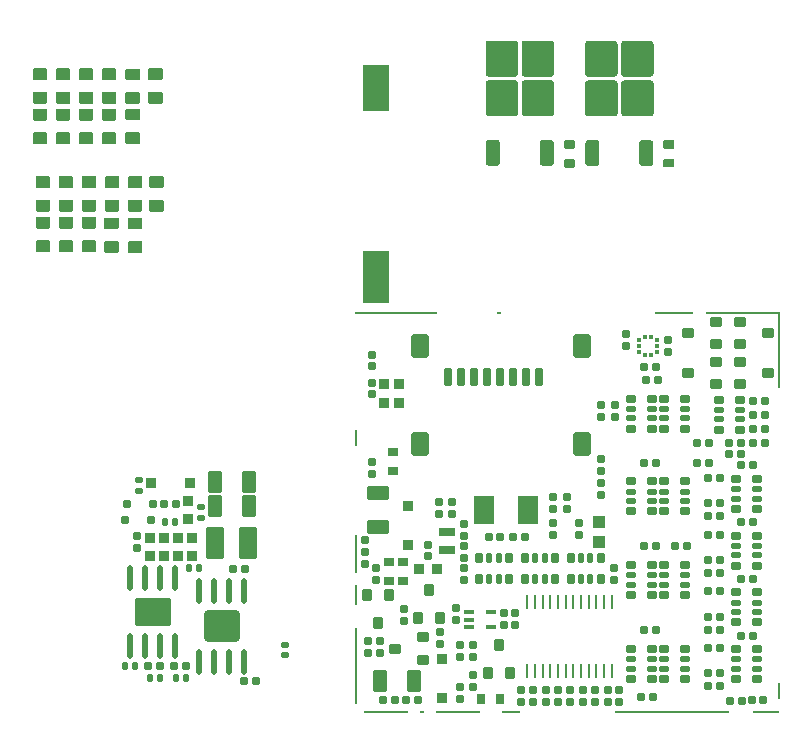
<source format=gbp>
G75*
G70*
%OFA0B0*%
%FSLAX25Y25*%
%IPPOS*%
%LPD*%
%AMOC8*
5,1,8,0,0,1.08239X$1,22.5*
%
%AMM100*
21,1,0.035430,0.030320,-0.000000,0.000000,0.000000*
21,1,0.028350,0.037400,-0.000000,0.000000,0.000000*
1,1,0.007090,0.014170,-0.015160*
1,1,0.007090,-0.014170,-0.015160*
1,1,0.007090,-0.014170,0.015160*
1,1,0.007090,0.014170,0.015160*
%
%AMM103*
21,1,0.027560,0.030710,-0.000000,0.000000,90.000000*
21,1,0.022050,0.036220,-0.000000,0.000000,90.000000*
1,1,0.005510,0.015350,0.011020*
1,1,0.005510,0.015350,-0.011020*
1,1,0.005510,-0.015350,-0.011020*
1,1,0.005510,-0.015350,0.011020*
%
%AMM124*
21,1,0.033470,0.026770,-0.000000,0.000000,180.000000*
21,1,0.026770,0.033470,-0.000000,0.000000,180.000000*
1,1,0.006690,-0.013390,0.013390*
1,1,0.006690,0.013390,0.013390*
1,1,0.006690,0.013390,-0.013390*
1,1,0.006690,-0.013390,-0.013390*
%
%AMM125*
21,1,0.025590,0.026380,-0.000000,0.000000,90.000000*
21,1,0.020470,0.031500,-0.000000,0.000000,90.000000*
1,1,0.005120,0.013190,0.010240*
1,1,0.005120,0.013190,-0.010240*
1,1,0.005120,-0.013190,-0.010240*
1,1,0.005120,-0.013190,0.010240*
%
%AMM126*
21,1,0.017720,0.027950,-0.000000,0.000000,90.000000*
21,1,0.014170,0.031500,-0.000000,0.000000,90.000000*
1,1,0.003540,0.013980,0.007090*
1,1,0.003540,0.013980,-0.007090*
1,1,0.003540,-0.013980,-0.007090*
1,1,0.003540,-0.013980,0.007090*
%
%AMM127*
21,1,0.033470,0.026770,-0.000000,0.000000,90.000000*
21,1,0.026770,0.033470,-0.000000,0.000000,90.000000*
1,1,0.006690,0.013390,0.013390*
1,1,0.006690,0.013390,-0.013390*
1,1,0.006690,-0.013390,-0.013390*
1,1,0.006690,-0.013390,0.013390*
%
%AMM128*
21,1,0.078740,0.045670,-0.000000,0.000000,270.000000*
21,1,0.067320,0.057090,-0.000000,0.000000,270.000000*
1,1,0.011420,-0.022840,-0.033660*
1,1,0.011420,-0.022840,0.033660*
1,1,0.011420,0.022840,0.033660*
1,1,0.011420,0.022840,-0.033660*
%
%AMM129*
21,1,0.059060,0.020470,-0.000000,0.000000,270.000000*
21,1,0.053940,0.025590,-0.000000,0.000000,270.000000*
1,1,0.005120,-0.010240,-0.026970*
1,1,0.005120,-0.010240,0.026970*
1,1,0.005120,0.010240,0.026970*
1,1,0.005120,0.010240,-0.026970*
%
%AMM130*
21,1,0.035430,0.030320,-0.000000,0.000000,270.000000*
21,1,0.028350,0.037400,-0.000000,0.000000,270.000000*
1,1,0.007090,-0.015160,-0.014170*
1,1,0.007090,-0.015160,0.014170*
1,1,0.007090,0.015160,0.014170*
1,1,0.007090,0.015160,-0.014170*
%
%AMM131*
21,1,0.012600,0.028980,-0.000000,0.000000,270.000000*
21,1,0.010080,0.031500,-0.000000,0.000000,270.000000*
1,1,0.002520,-0.014490,-0.005040*
1,1,0.002520,-0.014490,0.005040*
1,1,0.002520,0.014490,0.005040*
1,1,0.002520,0.014490,-0.005040*
%
%AMM132*
21,1,0.070870,0.036220,-0.000000,0.000000,90.000000*
21,1,0.061810,0.045280,-0.000000,0.000000,90.000000*
1,1,0.009060,0.018110,0.030910*
1,1,0.009060,0.018110,-0.030910*
1,1,0.009060,-0.018110,-0.030910*
1,1,0.009060,-0.018110,0.030910*
%
%AMM133*
21,1,0.035830,0.026770,-0.000000,0.000000,90.000000*
21,1,0.029130,0.033470,-0.000000,0.000000,90.000000*
1,1,0.006690,0.013390,0.014570*
1,1,0.006690,0.013390,-0.014570*
1,1,0.006690,-0.013390,-0.014570*
1,1,0.006690,-0.013390,0.014570*
%
%AMM134*
21,1,0.027560,0.049610,-0.000000,0.000000,90.000000*
21,1,0.022050,0.055120,-0.000000,0.000000,90.000000*
1,1,0.005510,0.024800,0.011020*
1,1,0.005510,0.024800,-0.011020*
1,1,0.005510,-0.024800,-0.011020*
1,1,0.005510,-0.024800,0.011020*
%
%AMM135*
21,1,0.070870,0.036220,-0.000000,0.000000,180.000000*
21,1,0.061810,0.045280,-0.000000,0.000000,180.000000*
1,1,0.009060,-0.030910,0.018110*
1,1,0.009060,0.030910,0.018110*
1,1,0.009060,0.030910,-0.018110*
1,1,0.009060,-0.030910,-0.018110*
%
%AMM136*
21,1,0.027560,0.030710,-0.000000,0.000000,180.000000*
21,1,0.022050,0.036220,-0.000000,0.000000,180.000000*
1,1,0.005510,-0.011020,0.015350*
1,1,0.005510,0.011020,0.015350*
1,1,0.005510,0.011020,-0.015350*
1,1,0.005510,-0.011020,-0.015350*
%
%AMM42*
21,1,0.035830,0.026770,0.000000,0.000000,0.000000*
21,1,0.029130,0.033470,0.000000,0.000000,0.000000*
1,1,0.006690,0.014570,-0.013390*
1,1,0.006690,-0.014570,-0.013390*
1,1,0.006690,-0.014570,0.013390*
1,1,0.006690,0.014570,0.013390*
%
%AMM44*
21,1,0.070870,0.036220,0.000000,0.000000,90.000000*
21,1,0.061810,0.045280,0.000000,0.000000,90.000000*
1,1,0.009060,0.018110,0.030910*
1,1,0.009060,0.018110,-0.030910*
1,1,0.009060,-0.018110,-0.030910*
1,1,0.009060,-0.018110,0.030910*
%
%AMM66*
21,1,0.023620,0.018900,0.000000,0.000000,90.000000*
21,1,0.018900,0.023620,0.000000,0.000000,90.000000*
1,1,0.004720,0.009450,0.009450*
1,1,0.004720,0.009450,-0.009450*
1,1,0.004720,-0.009450,-0.009450*
1,1,0.004720,-0.009450,0.009450*
%
%AMM67*
21,1,0.019680,0.019680,0.000000,0.000000,0.000000*
21,1,0.015750,0.023620,0.000000,0.000000,0.000000*
1,1,0.003940,0.007870,-0.009840*
1,1,0.003940,-0.007870,-0.009840*
1,1,0.003940,-0.007870,0.009840*
1,1,0.003940,0.007870,0.009840*
%
%AMM68*
21,1,0.019680,0.019680,0.000000,0.000000,270.000000*
21,1,0.015750,0.023620,0.000000,0.000000,270.000000*
1,1,0.003940,-0.009840,-0.007870*
1,1,0.003940,-0.009840,0.007870*
1,1,0.003940,0.009840,0.007870*
1,1,0.003940,0.009840,-0.007870*
%
%AMM82*
21,1,0.106300,0.050390,0.000000,0.000000,90.000000*
21,1,0.093700,0.062990,0.000000,0.000000,90.000000*
1,1,0.012600,0.025200,0.046850*
1,1,0.012600,0.025200,-0.046850*
1,1,0.012600,-0.025200,-0.046850*
1,1,0.012600,-0.025200,0.046850*
%
%AMM83*
21,1,0.033470,0.026770,0.000000,0.000000,270.000000*
21,1,0.026770,0.033470,0.000000,0.000000,270.000000*
1,1,0.006690,-0.013390,-0.013390*
1,1,0.006690,-0.013390,0.013390*
1,1,0.006690,0.013390,0.013390*
1,1,0.006690,0.013390,-0.013390*
%
%AMM84*
21,1,0.023620,0.018900,0.000000,0.000000,180.000000*
21,1,0.018900,0.023620,0.000000,0.000000,180.000000*
1,1,0.004720,-0.009450,0.009450*
1,1,0.004720,0.009450,0.009450*
1,1,0.004720,0.009450,-0.009450*
1,1,0.004720,-0.009450,-0.009450*
%
%AMM85*
21,1,0.122050,0.075590,0.000000,0.000000,180.000000*
21,1,0.103150,0.094490,0.000000,0.000000,180.000000*
1,1,0.018900,-0.051580,0.037800*
1,1,0.018900,0.051580,0.037800*
1,1,0.018900,0.051580,-0.037800*
1,1,0.018900,-0.051580,-0.037800*
%
%AMM86*
21,1,0.118110,0.083460,0.000000,0.000000,0.000000*
21,1,0.097240,0.104330,0.000000,0.000000,0.000000*
1,1,0.020870,0.048620,-0.041730*
1,1,0.020870,-0.048620,-0.041730*
1,1,0.020870,-0.048620,0.041730*
1,1,0.020870,0.048620,0.041730*
%
%AMM92*
21,1,0.025590,0.026380,-0.000000,0.000000,0.000000*
21,1,0.020470,0.031500,-0.000000,0.000000,0.000000*
1,1,0.005120,0.010240,-0.013190*
1,1,0.005120,-0.010240,-0.013190*
1,1,0.005120,-0.010240,0.013190*
1,1,0.005120,0.010240,0.013190*
%
%AMM93*
21,1,0.017720,0.027950,-0.000000,0.000000,0.000000*
21,1,0.014170,0.031500,-0.000000,0.000000,0.000000*
1,1,0.003540,0.007090,-0.013980*
1,1,0.003540,-0.007090,-0.013980*
1,1,0.003540,-0.007090,0.013980*
1,1,0.003540,0.007090,0.013980*
%
%AMM96*
21,1,0.027560,0.018900,-0.000000,0.000000,180.000000*
21,1,0.022840,0.023620,-0.000000,0.000000,180.000000*
1,1,0.004720,-0.011420,0.009450*
1,1,0.004720,0.011420,0.009450*
1,1,0.004720,0.011420,-0.009450*
1,1,0.004720,-0.011420,-0.009450*
%
%AMM98*
21,1,0.027560,0.018900,-0.000000,0.000000,270.000000*
21,1,0.022840,0.023620,-0.000000,0.000000,270.000000*
1,1,0.004720,-0.009450,-0.011420*
1,1,0.004720,-0.009450,0.011420*
1,1,0.004720,0.009450,0.011420*
1,1,0.004720,0.009450,-0.011420*
%
%ADD141R,0.01378X0.01476*%
%ADD146M42*%
%ADD148R,0.01476X0.01378*%
%ADD151M44*%
%ADD181M66*%
%ADD182M67*%
%ADD183M68*%
%ADD19R,0.14567X0.00787*%
%ADD20R,0.01575X0.00787*%
%ADD200M82*%
%ADD201M83*%
%ADD202M84*%
%ADD203O,0.01968X0.08661*%
%ADD204M85*%
%ADD205M86*%
%ADD21R,0.06299X0.00787*%
%ADD212M92*%
%ADD213M93*%
%ADD217M96*%
%ADD219M98*%
%ADD22R,0.38189X0.00787*%
%ADD221M100*%
%ADD225M103*%
%ADD23R,0.09055X0.00787*%
%ADD24R,0.00787X0.05512*%
%ADD248M124*%
%ADD249M125*%
%ADD25R,0.00787X0.25197*%
%ADD250M126*%
%ADD251M127*%
%ADD252M128*%
%ADD253M129*%
%ADD254M130*%
%ADD255M131*%
%ADD256O,0.00984X0.04961*%
%ADD257M132*%
%ADD258M133*%
%ADD259R,0.06693X0.09449*%
%ADD26R,0.00787X0.06693*%
%ADD260M134*%
%ADD261R,0.04331X0.03937*%
%ADD262M135*%
%ADD263M136*%
%ADD27R,0.00787X0.12992*%
%ADD28R,0.27559X0.00787*%
%ADD29R,0.12992X0.00787*%
%ADD30R,0.24803X0.00787*%
%ADD63R,0.09055X0.17323*%
%ADD64R,0.09055X0.15748*%
X0000000Y0000000D02*
%LPD*%
G01*
G36*
G01*
X0057579Y0203996D02*
X0053445Y0203996D01*
G75*
G02*
X0053051Y0204390I0000000J0000394D01*
G01*
X0053051Y0207539D01*
G75*
G02*
X0053445Y0207933I0000394J0000000D01*
G01*
X0057579Y0207933D01*
G75*
G02*
X0057973Y0207539I0000000J-000394D01*
G01*
X0057973Y0204390D01*
G75*
G02*
X0057579Y0203996I-000394J0000000D01*
G01*
G37*
G36*
G01*
X0057579Y0211870D02*
X0053445Y0211870D01*
G75*
G02*
X0053051Y0212264I0000000J0000394D01*
G01*
X0053051Y0215413D01*
G75*
G02*
X0053445Y0215807I0000394J0000000D01*
G01*
X0057579Y0215807D01*
G75*
G02*
X0057973Y0215413I0000000J-000394D01*
G01*
X0057973Y0212264D01*
G75*
G02*
X0057579Y0211870I-000394J0000000D01*
G01*
G37*
G36*
G01*
X0042028Y0203937D02*
X0037894Y0203937D01*
G75*
G02*
X0037500Y0204331I0000000J0000394D01*
G01*
X0037500Y0207480D01*
G75*
G02*
X0037894Y0207874I0000394J0000000D01*
G01*
X0042028Y0207874D01*
G75*
G02*
X0042421Y0207480I0000000J-000394D01*
G01*
X0042421Y0204331D01*
G75*
G02*
X0042028Y0203937I-000394J0000000D01*
G01*
G37*
G36*
G01*
X0042028Y0211811D02*
X0037894Y0211811D01*
G75*
G02*
X0037500Y0212205I0000000J0000394D01*
G01*
X0037500Y0215354D01*
G75*
G02*
X0037894Y0215748I0000394J0000000D01*
G01*
X0042028Y0215748D01*
G75*
G02*
X0042421Y0215354I0000000J-000394D01*
G01*
X0042421Y0212205D01*
G75*
G02*
X0042028Y0211811I-000394J0000000D01*
G01*
G37*
G36*
G01*
X0037894Y0229252D02*
X0042028Y0229252D01*
G75*
G02*
X0042421Y0228858I0000000J-000394D01*
G01*
X0042421Y0225709D01*
G75*
G02*
X0042028Y0225315I-000394J0000000D01*
G01*
X0037894Y0225315D01*
G75*
G02*
X0037500Y0225709I0000000J0000394D01*
G01*
X0037500Y0228858D01*
G75*
G02*
X0037894Y0229252I0000394J0000000D01*
G01*
G37*
G36*
G01*
X0037894Y0221378D02*
X0042028Y0221378D01*
G75*
G02*
X0042421Y0220984I0000000J-000394D01*
G01*
X0042421Y0217835D01*
G75*
G02*
X0042028Y0217441I-000394J0000000D01*
G01*
X0037894Y0217441D01*
G75*
G02*
X0037500Y0217835I0000000J0000394D01*
G01*
X0037500Y0220984D01*
G75*
G02*
X0037894Y0221378I0000394J0000000D01*
G01*
G37*
G36*
G01*
X0038878Y0193307D02*
X0043012Y0193307D01*
G75*
G02*
X0043406Y0192913I0000000J-000394D01*
G01*
X0043406Y0189764D01*
G75*
G02*
X0043012Y0189370I-000394J0000000D01*
G01*
X0038878Y0189370D01*
G75*
G02*
X0038484Y0189764I0000000J0000394D01*
G01*
X0038484Y0192913D01*
G75*
G02*
X0038878Y0193307I0000394J0000000D01*
G01*
G37*
G36*
G01*
X0038878Y0185433D02*
X0043012Y0185433D01*
G75*
G02*
X0043406Y0185039I0000000J-000394D01*
G01*
X0043406Y0181890D01*
G75*
G02*
X0043012Y0181496I-000394J0000000D01*
G01*
X0038878Y0181496D01*
G75*
G02*
X0038484Y0181890I0000000J0000394D01*
G01*
X0038484Y0185039D01*
G75*
G02*
X0038878Y0185433I0000394J0000000D01*
G01*
G37*
G36*
G01*
X0043012Y0167992D02*
X0038878Y0167992D01*
G75*
G02*
X0038484Y0168386I0000000J0000394D01*
G01*
X0038484Y0171535D01*
G75*
G02*
X0038878Y0171929I0000394J0000000D01*
G01*
X0043012Y0171929D01*
G75*
G02*
X0043406Y0171535I0000000J-000394D01*
G01*
X0043406Y0168386D01*
G75*
G02*
X0043012Y0167992I-000394J0000000D01*
G01*
G37*
G36*
G01*
X0043012Y0175866D02*
X0038878Y0175866D01*
G75*
G02*
X0038484Y0176260I0000000J0000394D01*
G01*
X0038484Y0179409D01*
G75*
G02*
X0038878Y0179803I0000394J0000000D01*
G01*
X0043012Y0179803D01*
G75*
G02*
X0043406Y0179409I0000000J-000394D01*
G01*
X0043406Y0176260D01*
G75*
G02*
X0043012Y0175866I-000394J0000000D01*
G01*
G37*
G36*
G01*
X0035335Y0167992D02*
X0031201Y0167992D01*
G75*
G02*
X0030807Y0168386I0000000J0000394D01*
G01*
X0030807Y0171535D01*
G75*
G02*
X0031201Y0171929I0000394J0000000D01*
G01*
X0035335Y0171929D01*
G75*
G02*
X0035728Y0171535I0000000J-000394D01*
G01*
X0035728Y0168386D01*
G75*
G02*
X0035335Y0167992I-000394J0000000D01*
G01*
G37*
G36*
G01*
X0035335Y0175866D02*
X0031201Y0175866D01*
G75*
G02*
X0030807Y0176260I0000000J0000394D01*
G01*
X0030807Y0179409D01*
G75*
G02*
X0031201Y0179803I0000394J0000000D01*
G01*
X0035335Y0179803D01*
G75*
G02*
X0035728Y0179409I0000000J-000394D01*
G01*
X0035728Y0176260D01*
G75*
G02*
X0035335Y0175866I-000394J0000000D01*
G01*
G37*
G36*
G01*
X0232717Y0205256D02*
X0235787Y0205256D01*
G75*
G02*
X0236063Y0204980I0000000J-000276D01*
G01*
X0236063Y0202776D01*
G75*
G02*
X0235787Y0202500I-000276J0000000D01*
G01*
X0232717Y0202500D01*
G75*
G02*
X0232441Y0202776I0000000J0000276D01*
G01*
X0232441Y0204980D01*
G75*
G02*
X0232717Y0205256I0000276J0000000D01*
G01*
G37*
G36*
G01*
X0232717Y0198957D02*
X0235787Y0198957D01*
G75*
G02*
X0236063Y0198681I0000000J-000276D01*
G01*
X0236063Y0196476D01*
G75*
G02*
X0235787Y0196201I-000276J0000000D01*
G01*
X0232717Y0196201D01*
G75*
G02*
X0232441Y0196476I0000000J0000276D01*
G01*
X0232441Y0198681D01*
G75*
G02*
X0232717Y0198957I0000276J0000000D01*
G01*
G37*
G36*
G01*
X0026673Y0203937D02*
X0022540Y0203937D01*
G75*
G02*
X0022146Y0204331I0000000J0000394D01*
G01*
X0022146Y0207480D01*
G75*
G02*
X0022540Y0207874I0000394J0000000D01*
G01*
X0026673Y0207874D01*
G75*
G02*
X0027067Y0207480I0000000J-000394D01*
G01*
X0027067Y0204331D01*
G75*
G02*
X0026673Y0203937I-000394J0000000D01*
G01*
G37*
G36*
G01*
X0026673Y0211811D02*
X0022540Y0211811D01*
G75*
G02*
X0022146Y0212205I0000000J0000394D01*
G01*
X0022146Y0215354D01*
G75*
G02*
X0022540Y0215748I0000394J0000000D01*
G01*
X0026673Y0215748D01*
G75*
G02*
X0027067Y0215354I0000000J-000394D01*
G01*
X0027067Y0212205D01*
G75*
G02*
X0026673Y0211811I-000394J0000000D01*
G01*
G37*
G36*
G01*
X0228071Y0196693D02*
X0225315Y0196693D01*
G75*
G02*
X0224331Y0197677I0000000J0000984D01*
G01*
X0224331Y0204370D01*
G75*
G02*
X0225315Y0205354I0000984J0000000D01*
G01*
X0228071Y0205354D01*
G75*
G02*
X0229055Y0204370I0000000J-000984D01*
G01*
X0229055Y0197677D01*
G75*
G02*
X0228071Y0196693I-000984J0000000D01*
G01*
G37*
G36*
G01*
X0216142Y0213228D02*
X0207283Y0213228D01*
G75*
G02*
X0206299Y0214213I0000000J0000984D01*
G01*
X0206299Y0224252D01*
G75*
G02*
X0207283Y0225236I0000984J0000000D01*
G01*
X0216142Y0225236D01*
G75*
G02*
X0217126Y0224252I0000000J-000984D01*
G01*
X0217126Y0214213D01*
G75*
G02*
X0216142Y0213228I-000984J0000000D01*
G01*
G37*
G36*
G01*
X0228150Y0213228D02*
X0219291Y0213228D01*
G75*
G02*
X0218307Y0214213I0000000J0000984D01*
G01*
X0218307Y0224252D01*
G75*
G02*
X0219291Y0225236I0000984J0000000D01*
G01*
X0228150Y0225236D01*
G75*
G02*
X0229134Y0224252I0000000J-000984D01*
G01*
X0229134Y0214213D01*
G75*
G02*
X0228150Y0213228I-000984J0000000D01*
G01*
G37*
G36*
G01*
X0216142Y0226417D02*
X0207283Y0226417D01*
G75*
G02*
X0206299Y0227402I0000000J0000984D01*
G01*
X0206299Y0237441D01*
G75*
G02*
X0207283Y0238425I0000984J0000000D01*
G01*
X0216142Y0238425D01*
G75*
G02*
X0217126Y0237441I0000000J-000984D01*
G01*
X0217126Y0227402D01*
G75*
G02*
X0216142Y0226417I-000984J0000000D01*
G01*
G37*
G36*
G01*
X0228150Y0226417D02*
X0219291Y0226417D01*
G75*
G02*
X0218307Y0227402I0000000J0000984D01*
G01*
X0218307Y0237441D01*
G75*
G02*
X0219291Y0238425I0000984J0000000D01*
G01*
X0228150Y0238425D01*
G75*
G02*
X0229134Y0237441I0000000J-000984D01*
G01*
X0229134Y0227402D01*
G75*
G02*
X0228150Y0226417I-000984J0000000D01*
G01*
G37*
G36*
G01*
X0210118Y0196693D02*
X0207362Y0196693D01*
G75*
G02*
X0206378Y0197677I0000000J0000984D01*
G01*
X0206378Y0204370D01*
G75*
G02*
X0207362Y0205354I0000984J0000000D01*
G01*
X0210118Y0205354D01*
G75*
G02*
X0211102Y0204370I0000000J-000984D01*
G01*
X0211102Y0197677D01*
G75*
G02*
X0210118Y0196693I-000984J0000000D01*
G01*
G37*
G36*
G01*
X0049705Y0203937D02*
X0045571Y0203937D01*
G75*
G02*
X0045177Y0204331I0000000J0000394D01*
G01*
X0045177Y0207480D01*
G75*
G02*
X0045571Y0207874I0000394J0000000D01*
G01*
X0049705Y0207874D01*
G75*
G02*
X0050098Y0207480I0000000J-000394D01*
G01*
X0050098Y0204331D01*
G75*
G02*
X0049705Y0203937I-000394J0000000D01*
G01*
G37*
G36*
G01*
X0049705Y0211811D02*
X0045571Y0211811D01*
G75*
G02*
X0045177Y0212205I0000000J0000394D01*
G01*
X0045177Y0215354D01*
G75*
G02*
X0045571Y0215748I0000394J0000000D01*
G01*
X0049705Y0215748D01*
G75*
G02*
X0050098Y0215354I0000000J-000394D01*
G01*
X0050098Y0212205D01*
G75*
G02*
X0049705Y0211811I-000394J0000000D01*
G01*
G37*
G36*
G01*
X0034351Y0203937D02*
X0030217Y0203937D01*
G75*
G02*
X0029823Y0204331I0000000J0000394D01*
G01*
X0029823Y0207480D01*
G75*
G02*
X0030217Y0207874I0000394J0000000D01*
G01*
X0034351Y0207874D01*
G75*
G02*
X0034744Y0207480I0000000J-000394D01*
G01*
X0034744Y0204331D01*
G75*
G02*
X0034351Y0203937I-000394J0000000D01*
G01*
G37*
G36*
G01*
X0034351Y0211811D02*
X0030217Y0211811D01*
G75*
G02*
X0029823Y0212205I0000000J0000394D01*
G01*
X0029823Y0215354D01*
G75*
G02*
X0030217Y0215748I0000394J0000000D01*
G01*
X0034351Y0215748D01*
G75*
G02*
X0034744Y0215354I0000000J-000394D01*
G01*
X0034744Y0212205D01*
G75*
G02*
X0034351Y0211811I-000394J0000000D01*
G01*
G37*
G36*
G01*
X0060926Y0229252D02*
X0065059Y0229252D01*
G75*
G02*
X0065453Y0228858I0000000J-000394D01*
G01*
X0065453Y0225709D01*
G75*
G02*
X0065059Y0225315I-000394J0000000D01*
G01*
X0060926Y0225315D01*
G75*
G02*
X0060532Y0225709I0000000J0000394D01*
G01*
X0060532Y0228858D01*
G75*
G02*
X0060926Y0229252I0000394J0000000D01*
G01*
G37*
G36*
G01*
X0060926Y0221378D02*
X0065059Y0221378D01*
G75*
G02*
X0065453Y0220984I0000000J-000394D01*
G01*
X0065453Y0217835D01*
G75*
G02*
X0065059Y0217441I-000394J0000000D01*
G01*
X0060926Y0217441D01*
G75*
G02*
X0060532Y0217835I0000000J0000394D01*
G01*
X0060532Y0220984D01*
G75*
G02*
X0060926Y0221378I0000394J0000000D01*
G01*
G37*
G36*
G01*
X0023524Y0193307D02*
X0027658Y0193307D01*
G75*
G02*
X0028051Y0192913I0000000J-000394D01*
G01*
X0028051Y0189764D01*
G75*
G02*
X0027658Y0189370I-000394J0000000D01*
G01*
X0023524Y0189370D01*
G75*
G02*
X0023130Y0189764I0000000J0000394D01*
G01*
X0023130Y0192913D01*
G75*
G02*
X0023524Y0193307I0000394J0000000D01*
G01*
G37*
G36*
G01*
X0023524Y0185433D02*
X0027658Y0185433D01*
G75*
G02*
X0028051Y0185039I0000000J-000394D01*
G01*
X0028051Y0181890D01*
G75*
G02*
X0027658Y0181496I-000394J0000000D01*
G01*
X0023524Y0181496D01*
G75*
G02*
X0023130Y0181890I0000000J0000394D01*
G01*
X0023130Y0185039D01*
G75*
G02*
X0023524Y0185433I0000394J0000000D01*
G01*
G37*
G36*
G01*
X0027658Y0167992D02*
X0023524Y0167992D01*
G75*
G02*
X0023130Y0168386I0000000J0000394D01*
G01*
X0023130Y0171535D01*
G75*
G02*
X0023524Y0171929I0000394J0000000D01*
G01*
X0027658Y0171929D01*
G75*
G02*
X0028051Y0171535I0000000J-000394D01*
G01*
X0028051Y0168386D01*
G75*
G02*
X0027658Y0167992I-000394J0000000D01*
G01*
G37*
G36*
G01*
X0027658Y0175866D02*
X0023524Y0175866D01*
G75*
G02*
X0023130Y0176260I0000000J0000394D01*
G01*
X0023130Y0179409D01*
G75*
G02*
X0023524Y0179803I0000394J0000000D01*
G01*
X0027658Y0179803D01*
G75*
G02*
X0028051Y0179409I0000000J-000394D01*
G01*
X0028051Y0176260D01*
G75*
G02*
X0027658Y0175866I-000394J0000000D01*
G01*
G37*
G36*
G01*
X0054232Y0193307D02*
X0058366Y0193307D01*
G75*
G02*
X0058760Y0192913I0000000J-000394D01*
G01*
X0058760Y0189764D01*
G75*
G02*
X0058366Y0189370I-000394J0000000D01*
G01*
X0054232Y0189370D01*
G75*
G02*
X0053838Y0189764I0000000J0000394D01*
G01*
X0053838Y0192913D01*
G75*
G02*
X0054232Y0193307I0000394J0000000D01*
G01*
G37*
G36*
G01*
X0054232Y0185433D02*
X0058366Y0185433D01*
G75*
G02*
X0058760Y0185039I0000000J-000394D01*
G01*
X0058760Y0181890D01*
G75*
G02*
X0058366Y0181496I-000394J0000000D01*
G01*
X0054232Y0181496D01*
G75*
G02*
X0053838Y0181890I0000000J0000394D01*
G01*
X0053838Y0185039D01*
G75*
G02*
X0054232Y0185433I0000394J0000000D01*
G01*
G37*
D63*
X0136614Y0159842D03*
D64*
X0136614Y0222834D03*
G36*
G01*
X0199557Y0205217D02*
X0202628Y0205217D01*
G75*
G02*
X0202904Y0204941I0000000J-000276D01*
G01*
X0202904Y0202736D01*
G75*
G02*
X0202628Y0202461I-000276J0000000D01*
G01*
X0199557Y0202461D01*
G75*
G02*
X0199281Y0202736I0000000J0000276D01*
G01*
X0199281Y0204941D01*
G75*
G02*
X0199557Y0205217I0000276J0000000D01*
G01*
G37*
G36*
G01*
X0199557Y0198917D02*
X0202628Y0198917D01*
G75*
G02*
X0202904Y0198642I0000000J-000276D01*
G01*
X0202904Y0196437D01*
G75*
G02*
X0202628Y0196161I-000276J0000000D01*
G01*
X0199557Y0196161D01*
G75*
G02*
X0199281Y0196437I0000000J0000276D01*
G01*
X0199281Y0198642D01*
G75*
G02*
X0199557Y0198917I0000276J0000000D01*
G01*
G37*
G36*
G01*
X0058366Y0167717D02*
X0054232Y0167717D01*
G75*
G02*
X0053839Y0168110I0000000J0000394D01*
G01*
X0053839Y0171260D01*
G75*
G02*
X0054232Y0171654I0000394J0000000D01*
G01*
X0058366Y0171654D01*
G75*
G02*
X0058760Y0171260I0000000J-000394D01*
G01*
X0058760Y0168110D01*
G75*
G02*
X0058366Y0167717I-000394J0000000D01*
G01*
G37*
G36*
G01*
X0058366Y0175591D02*
X0054232Y0175591D01*
G75*
G02*
X0053839Y0175984I0000000J0000394D01*
G01*
X0053839Y0179134D01*
G75*
G02*
X0054232Y0179528I0000394J0000000D01*
G01*
X0058366Y0179528D01*
G75*
G02*
X0058760Y0179134I0000000J-000394D01*
G01*
X0058760Y0175984D01*
G75*
G02*
X0058366Y0175591I-000394J0000000D01*
G01*
G37*
G36*
G01*
X0061319Y0193307D02*
X0065453Y0193307D01*
G75*
G02*
X0065846Y0192913I0000000J-000394D01*
G01*
X0065846Y0189764D01*
G75*
G02*
X0065453Y0189370I-000394J0000000D01*
G01*
X0061319Y0189370D01*
G75*
G02*
X0060925Y0189764I0000000J0000394D01*
G01*
X0060925Y0192913D01*
G75*
G02*
X0061319Y0193307I0000394J0000000D01*
G01*
G37*
G36*
G01*
X0061319Y0185433D02*
X0065453Y0185433D01*
G75*
G02*
X0065846Y0185039I0000000J-000394D01*
G01*
X0065846Y0181890D01*
G75*
G02*
X0065453Y0181496I-000394J0000000D01*
G01*
X0061319Y0181496D01*
G75*
G02*
X0060925Y0181890I0000000J0000394D01*
G01*
X0060925Y0185039D01*
G75*
G02*
X0061319Y0185433I0000394J0000000D01*
G01*
G37*
G36*
G01*
X0046555Y0193307D02*
X0050689Y0193307D01*
G75*
G02*
X0051083Y0192913I0000000J-000394D01*
G01*
X0051083Y0189764D01*
G75*
G02*
X0050689Y0189370I-000394J0000000D01*
G01*
X0046555Y0189370D01*
G75*
G02*
X0046161Y0189764I0000000J0000394D01*
G01*
X0046161Y0192913D01*
G75*
G02*
X0046555Y0193307I0000394J0000000D01*
G01*
G37*
G36*
G01*
X0046555Y0185433D02*
X0050689Y0185433D01*
G75*
G02*
X0051083Y0185039I0000000J-000394D01*
G01*
X0051083Y0181890D01*
G75*
G02*
X0050689Y0181496I-000394J0000000D01*
G01*
X0046555Y0181496D01*
G75*
G02*
X0046161Y0181890I0000000J0000394D01*
G01*
X0046161Y0185039D01*
G75*
G02*
X0046555Y0185433I0000394J0000000D01*
G01*
G37*
G36*
G01*
X0050492Y0167717D02*
X0046358Y0167717D01*
G75*
G02*
X0045965Y0168110I0000000J0000394D01*
G01*
X0045965Y0171260D01*
G75*
G02*
X0046358Y0171654I0000394J0000000D01*
G01*
X0050492Y0171654D01*
G75*
G02*
X0050886Y0171260I0000000J-000394D01*
G01*
X0050886Y0168110D01*
G75*
G02*
X0050492Y0167717I-000394J0000000D01*
G01*
G37*
G36*
G01*
X0050492Y0175591D02*
X0046358Y0175591D01*
G75*
G02*
X0045965Y0175984I0000000J0000394D01*
G01*
X0045965Y0179134D01*
G75*
G02*
X0046358Y0179528I0000394J0000000D01*
G01*
X0050492Y0179528D01*
G75*
G02*
X0050886Y0179134I0000000J-000394D01*
G01*
X0050886Y0175984D01*
G75*
G02*
X0050492Y0175591I-000394J0000000D01*
G01*
G37*
G36*
G01*
X0194902Y0196752D02*
X0192146Y0196752D01*
G75*
G02*
X0191161Y0197736I0000000J0000984D01*
G01*
X0191161Y0204429D01*
G75*
G02*
X0192146Y0205413I0000984J0000000D01*
G01*
X0194902Y0205413D01*
G75*
G02*
X0195886Y0204429I0000000J-000984D01*
G01*
X0195886Y0197736D01*
G75*
G02*
X0194902Y0196752I-000984J0000000D01*
G01*
G37*
G36*
G01*
X0182972Y0213287D02*
X0174114Y0213287D01*
G75*
G02*
X0173130Y0214272I0000000J0000984D01*
G01*
X0173130Y0224311D01*
G75*
G02*
X0174114Y0225295I0000984J0000000D01*
G01*
X0182972Y0225295D01*
G75*
G02*
X0183957Y0224311I0000000J-000984D01*
G01*
X0183957Y0214272D01*
G75*
G02*
X0182972Y0213287I-000984J0000000D01*
G01*
G37*
G36*
G01*
X0194980Y0213287D02*
X0186122Y0213287D01*
G75*
G02*
X0185138Y0214272I0000000J0000984D01*
G01*
X0185138Y0224311D01*
G75*
G02*
X0186122Y0225295I0000984J0000000D01*
G01*
X0194980Y0225295D01*
G75*
G02*
X0195965Y0224311I0000000J-000984D01*
G01*
X0195965Y0214272D01*
G75*
G02*
X0194980Y0213287I-000984J0000000D01*
G01*
G37*
G36*
G01*
X0182972Y0226476D02*
X0174114Y0226476D01*
G75*
G02*
X0173130Y0227461I0000000J0000984D01*
G01*
X0173130Y0237500D01*
G75*
G02*
X0174114Y0238484I0000984J0000000D01*
G01*
X0182972Y0238484D01*
G75*
G02*
X0183957Y0237500I0000000J-000984D01*
G01*
X0183957Y0227461D01*
G75*
G02*
X0182972Y0226476I-000984J0000000D01*
G01*
G37*
G36*
G01*
X0194980Y0226476D02*
X0186122Y0226476D01*
G75*
G02*
X0185138Y0227461I0000000J0000984D01*
G01*
X0185138Y0237500D01*
G75*
G02*
X0186122Y0238484I0000984J0000000D01*
G01*
X0194980Y0238484D01*
G75*
G02*
X0195965Y0237500I0000000J-000984D01*
G01*
X0195965Y0227461D01*
G75*
G02*
X0194980Y0226476I-000984J0000000D01*
G01*
G37*
G36*
G01*
X0176949Y0196752D02*
X0174193Y0196752D01*
G75*
G02*
X0173209Y0197736I0000000J0000984D01*
G01*
X0173209Y0204429D01*
G75*
G02*
X0174193Y0205413I0000984J0000000D01*
G01*
X0176949Y0205413D01*
G75*
G02*
X0177933Y0204429I0000000J-000984D01*
G01*
X0177933Y0197736D01*
G75*
G02*
X0176949Y0196752I-000984J0000000D01*
G01*
G37*
G36*
G01*
X0022540Y0229252D02*
X0026673Y0229252D01*
G75*
G02*
X0027067Y0228858I0000000J-000394D01*
G01*
X0027067Y0225709D01*
G75*
G02*
X0026673Y0225315I-000394J0000000D01*
G01*
X0022540Y0225315D01*
G75*
G02*
X0022146Y0225709I0000000J0000394D01*
G01*
X0022146Y0228858D01*
G75*
G02*
X0022540Y0229252I0000394J0000000D01*
G01*
G37*
G36*
G01*
X0022540Y0221378D02*
X0026673Y0221378D01*
G75*
G02*
X0027067Y0220984I0000000J-000394D01*
G01*
X0027067Y0217835D01*
G75*
G02*
X0026673Y0217441I-000394J0000000D01*
G01*
X0022540Y0217441D01*
G75*
G02*
X0022146Y0217835I0000000J0000394D01*
G01*
X0022146Y0220984D01*
G75*
G02*
X0022540Y0221378I0000394J0000000D01*
G01*
G37*
G36*
G01*
X0045571Y0229252D02*
X0049705Y0229252D01*
G75*
G02*
X0050098Y0228858I0000000J-000394D01*
G01*
X0050098Y0225709D01*
G75*
G02*
X0049705Y0225315I-000394J0000000D01*
G01*
X0045571Y0225315D01*
G75*
G02*
X0045177Y0225709I0000000J0000394D01*
G01*
X0045177Y0228858D01*
G75*
G02*
X0045571Y0229252I0000394J0000000D01*
G01*
G37*
G36*
G01*
X0045571Y0221378D02*
X0049705Y0221378D01*
G75*
G02*
X0050098Y0220984I0000000J-000394D01*
G01*
X0050098Y0217835D01*
G75*
G02*
X0049705Y0217441I-000394J0000000D01*
G01*
X0045571Y0217441D01*
G75*
G02*
X0045177Y0217835I0000000J0000394D01*
G01*
X0045177Y0220984D01*
G75*
G02*
X0045571Y0221378I0000394J0000000D01*
G01*
G37*
G36*
G01*
X0030217Y0229252D02*
X0034351Y0229252D01*
G75*
G02*
X0034744Y0228858I0000000J-000394D01*
G01*
X0034744Y0225709D01*
G75*
G02*
X0034351Y0225315I-000394J0000000D01*
G01*
X0030217Y0225315D01*
G75*
G02*
X0029823Y0225709I0000000J0000394D01*
G01*
X0029823Y0228858D01*
G75*
G02*
X0030217Y0229252I0000394J0000000D01*
G01*
G37*
G36*
G01*
X0030217Y0221378D02*
X0034351Y0221378D01*
G75*
G02*
X0034744Y0220984I0000000J-000394D01*
G01*
X0034744Y0217835D01*
G75*
G02*
X0034351Y0217441I-000394J0000000D01*
G01*
X0030217Y0217441D01*
G75*
G02*
X0029823Y0217835I0000000J0000394D01*
G01*
X0029823Y0220984D01*
G75*
G02*
X0030217Y0221378I0000394J0000000D01*
G01*
G37*
G36*
G01*
X0053445Y0229193D02*
X0057579Y0229193D01*
G75*
G02*
X0057973Y0228799I0000000J-000394D01*
G01*
X0057973Y0225650D01*
G75*
G02*
X0057579Y0225256I-000394J0000000D01*
G01*
X0053445Y0225256D01*
G75*
G02*
X0053051Y0225650I0000000J0000394D01*
G01*
X0053051Y0228799D01*
G75*
G02*
X0053445Y0229193I0000394J0000000D01*
G01*
G37*
G36*
G01*
X0053445Y0221319D02*
X0057579Y0221319D01*
G75*
G02*
X0057973Y0220925I0000000J-000394D01*
G01*
X0057973Y0217776D01*
G75*
G02*
X0057579Y0217382I-000394J0000000D01*
G01*
X0053445Y0217382D01*
G75*
G02*
X0053051Y0217776I0000000J0000394D01*
G01*
X0053051Y0220925D01*
G75*
G02*
X0053445Y0221319I0000394J0000000D01*
G01*
G37*
G36*
G01*
X0031201Y0193307D02*
X0035335Y0193307D01*
G75*
G02*
X0035728Y0192913I0000000J-000394D01*
G01*
X0035728Y0189764D01*
G75*
G02*
X0035335Y0189370I-000394J0000000D01*
G01*
X0031201Y0189370D01*
G75*
G02*
X0030807Y0189764I0000000J0000394D01*
G01*
X0030807Y0192913D01*
G75*
G02*
X0031201Y0193307I0000394J0000000D01*
G01*
G37*
G36*
G01*
X0031201Y0185433D02*
X0035335Y0185433D01*
G75*
G02*
X0035728Y0185039I0000000J-000394D01*
G01*
X0035728Y0181890D01*
G75*
G02*
X0035335Y0181496I-000394J0000000D01*
G01*
X0031201Y0181496D01*
G75*
G02*
X0030807Y0181890I0000000J0000394D01*
G01*
X0030807Y0185039D01*
G75*
G02*
X0031201Y0185433I0000394J0000000D01*
G01*
G37*
X0271260Y0014173D02*
G01*
G75*
D27*
X0129921Y0067520D02*
D03*
D26*
X0129921Y0053740D02*
D03*
D29*
X0236024Y0147638D02*
D03*
D24*
X0129921Y0105905D02*
D03*
X0270866Y0021653D02*
D03*
D25*
X0270866Y0135433D02*
D03*
X0129921Y0029921D02*
D03*
D22*
X0235236Y0014567D02*
D03*
D23*
X0266732Y0014567D02*
D03*
D21*
X0181496Y0014567D02*
D03*
D30*
X0258858Y0147638D02*
D03*
D28*
X0143307Y0147638D02*
D03*
D19*
X0163977Y0014567D02*
D03*
X0139961Y0014567D02*
D03*
D20*
X0151969Y0014567D02*
D03*
X0177559Y0147638D02*
D03*
D212*
X0186221Y0066142D02*
D03*
X0211516Y0066142D02*
D03*
X0196260Y0066142D02*
D03*
X0201476Y0066142D02*
D03*
X0170965Y0059055D02*
D03*
X0170965Y0066142D02*
D03*
X0181004Y0066142D02*
D03*
X0181004Y0059055D02*
D03*
X0211516Y0059055D02*
D03*
X0201476Y0059055D02*
D03*
X0196260Y0059055D02*
D03*
X0186221Y0059055D02*
D03*
D213*
X0189666Y0066142D02*
D03*
X0204921Y0066142D02*
D03*
X0192815Y0066142D02*
D03*
X0208071Y0066142D02*
D03*
X0177559Y0066142D02*
D03*
X0174410Y0066142D02*
D03*
X0174410Y0059055D02*
D03*
X0177559Y0059055D02*
D03*
X0204921Y0059055D02*
D03*
X0208071Y0059055D02*
D03*
X0189666Y0059055D02*
D03*
X0192815Y0059055D02*
D03*
D217*
X0133071Y0068110D02*
D03*
X0133071Y0064173D02*
D03*
X0136614Y0062598D02*
D03*
X0136614Y0058661D02*
D03*
X0153937Y0070472D02*
D03*
X0153937Y0066535D02*
D03*
X0211639Y0099125D02*
D03*
X0211639Y0095188D02*
D03*
X0211639Y0090929D02*
D03*
X0211639Y0086992D02*
D03*
X0179172Y0047607D02*
D03*
X0179172Y0043670D02*
D03*
X0182895Y0047607D02*
D03*
X0182895Y0043670D02*
D03*
X0146063Y0045191D02*
D03*
X0146063Y0049128D02*
D03*
X0135130Y0133825D02*
D03*
X0135369Y0098077D02*
D03*
X0211639Y0112992D02*
D03*
X0157481Y0080708D02*
D03*
X0161811Y0080708D02*
D03*
X0166030Y0077278D02*
D03*
X0165975Y0066001D02*
D03*
X0195635Y0086417D02*
D03*
X0195635Y0077628D02*
D03*
X0204120Y0073691D02*
D03*
X0233986Y0138608D02*
D03*
X0216142Y0112992D02*
D03*
X0133071Y0072047D02*
D03*
X0166066Y0058661D02*
D03*
X0164668Y0037008D02*
D03*
X0164668Y0022943D02*
D03*
X0168898Y0037008D02*
D03*
X0168898Y0022943D02*
D03*
X0215806Y0062646D02*
D03*
X0217717Y0018110D02*
D03*
X0157481Y0084645D02*
D03*
X0195635Y0073691D02*
D03*
X0195635Y0082480D02*
D03*
X0200123Y0082480D02*
D03*
X0200123Y0086417D02*
D03*
X0220079Y0140551D02*
D03*
X0220079Y0136614D02*
D03*
X0233986Y0134671D02*
D03*
X0163162Y0049226D02*
D03*
X0163162Y0045289D02*
D03*
X0164668Y0019005D02*
D03*
X0166066Y0062598D02*
D03*
X0204120Y0077628D02*
D03*
X0165975Y0069938D02*
D03*
X0166030Y0073341D02*
D03*
X0168898Y0033071D02*
D03*
X0215806Y0058709D02*
D03*
X0217717Y0022047D02*
D03*
X0135369Y0094140D02*
D03*
X0133071Y0068110D02*
D03*
X0158095Y0041338D02*
D03*
X0158095Y0037401D02*
D03*
X0164668Y0033071D02*
D03*
X0216142Y0116929D02*
D03*
X0211639Y0116929D02*
D03*
X0161811Y0084645D02*
D03*
X0135130Y0129888D02*
D03*
X0135130Y0120572D02*
D03*
X0135130Y0124509D02*
D03*
X0168898Y0026880D02*
D03*
X0213780Y0018110D02*
D03*
X0213780Y0022047D02*
D03*
X0201378Y0018110D02*
D03*
X0201378Y0022047D02*
D03*
X0197244Y0018110D02*
D03*
X0197244Y0022047D02*
D03*
X0188976Y0018110D02*
D03*
X0188976Y0022047D02*
D03*
X0193110Y0018110D02*
D03*
X0193110Y0022047D02*
D03*
X0184843Y0018110D02*
D03*
X0184843Y0022047D02*
D03*
X0205512Y0018110D02*
D03*
X0205512Y0022047D02*
D03*
X0209646Y0018110D02*
D03*
X0209646Y0022047D02*
D03*
D219*
X0182284Y0073100D02*
D03*
X0178051Y0073100D02*
D03*
X0266142Y0118504D02*
D03*
X0266142Y0113779D02*
D03*
X0266142Y0109055D02*
D03*
X0266142Y0104331D02*
D03*
X0137795Y0034252D02*
D03*
X0137795Y0038386D02*
D03*
X0230016Y0129566D02*
D03*
X0226079Y0129566D02*
D03*
X0138977Y0018637D02*
D03*
X0142913Y0018637D02*
D03*
X0174114Y0073100D02*
D03*
X0186221Y0073100D02*
D03*
X0230512Y0125394D02*
D03*
X0226575Y0125394D02*
D03*
X0258288Y0100621D02*
D03*
X0254351Y0100621D02*
D03*
X0254351Y0104331D02*
D03*
X0258288Y0104331D02*
D03*
X0243701Y0104331D02*
D03*
X0247638Y0104331D02*
D03*
X0262205Y0104331D02*
D03*
X0262205Y0109055D02*
D03*
X0262205Y0118504D02*
D03*
X0262205Y0113779D02*
D03*
X0229011Y0019672D02*
D03*
X0225074Y0019672D02*
D03*
X0225984Y0069882D02*
D03*
X0229921Y0069882D02*
D03*
X0236221Y0069882D02*
D03*
X0240158Y0069882D02*
D03*
X0225984Y0041929D02*
D03*
X0229921Y0041929D02*
D03*
X0251378Y0065354D02*
D03*
X0247441Y0065354D02*
D03*
X0251378Y0036024D02*
D03*
X0247441Y0036024D02*
D03*
X0251378Y0023228D02*
D03*
X0247441Y0023228D02*
D03*
X0258288Y0040120D02*
D03*
X0262225Y0040120D02*
D03*
X0258662Y0018504D02*
D03*
X0254725Y0018504D02*
D03*
X0261811Y0018701D02*
D03*
X0265748Y0018701D02*
D03*
X0150503Y0018637D02*
D03*
X0146566Y0018637D02*
D03*
X0133858Y0034252D02*
D03*
X0133858Y0038386D02*
D03*
X0247441Y0042126D02*
D03*
X0251378Y0042126D02*
D03*
X0247441Y0046456D02*
D03*
X0251378Y0046456D02*
D03*
X0247441Y0054921D02*
D03*
X0251378Y0054921D02*
D03*
X0262225Y0059087D02*
D03*
X0258288Y0059087D02*
D03*
X0229921Y0097834D02*
D03*
X0225984Y0097834D02*
D03*
X0247441Y0027559D02*
D03*
X0251378Y0027559D02*
D03*
X0262225Y0077930D02*
D03*
X0258288Y0077930D02*
D03*
X0247441Y0073819D02*
D03*
X0251378Y0073819D02*
D03*
X0247441Y0061024D02*
D03*
X0251378Y0061024D02*
D03*
X0262225Y0096910D02*
D03*
X0258288Y0096910D02*
D03*
X0247441Y0092717D02*
D03*
X0251378Y0092717D02*
D03*
X0247441Y0084252D02*
D03*
X0251378Y0084252D02*
D03*
X0247441Y0079921D02*
D03*
X0251378Y0079921D02*
D03*
X0243701Y0097698D02*
D03*
X0247638Y0097698D02*
D03*
D221*
X0141004Y0053730D02*
D03*
X0150479Y0045990D02*
D03*
X0173849Y0027657D02*
D03*
D225*
X0142421Y0101378D02*
D03*
X0142421Y0095078D02*
D03*
X0141043Y0064764D02*
D03*
X0141043Y0058464D02*
D03*
X0145669Y0064764D02*
D03*
X0145669Y0058464D02*
D03*
D221*
X0177590Y0036909D02*
D03*
X0157959Y0045990D02*
D03*
X0154219Y0055242D02*
D03*
X0133524Y0053730D02*
D03*
X0137264Y0044478D02*
D03*
X0181330Y0027657D02*
D03*
D248*
X0150866Y0062204D02*
D03*
X0157087Y0062204D02*
D03*
D249*
X0221654Y0091634D02*
D03*
X0228740Y0091634D02*
D03*
X0228740Y0081594D02*
D03*
X0221654Y0081594D02*
D03*
X0228740Y0063681D02*
D03*
X0228740Y0035728D02*
D03*
X0232677Y0053642D02*
D03*
X0257874Y0108760D02*
D03*
X0250788Y0108760D02*
D03*
X0250788Y0118799D02*
D03*
X0257874Y0118799D02*
D03*
X0239764Y0025689D02*
D03*
X0232677Y0025689D02*
D03*
X0232677Y0035728D02*
D03*
X0239764Y0035728D02*
D03*
X0221654Y0035728D02*
D03*
X0228740Y0025689D02*
D03*
X0221654Y0025689D02*
D03*
X0239764Y0053642D02*
D03*
X0232677Y0063681D02*
D03*
X0239764Y0063681D02*
D03*
X0221654Y0063681D02*
D03*
X0228740Y0053642D02*
D03*
X0221654Y0053642D02*
D03*
X0263583Y0054626D02*
D03*
X0256496Y0054626D02*
D03*
X0256496Y0044586D02*
D03*
X0263583Y0044586D02*
D03*
X0263583Y0035728D02*
D03*
X0256496Y0035728D02*
D03*
X0256496Y0025689D02*
D03*
X0263583Y0025689D02*
D03*
X0263583Y0073524D02*
D03*
X0256496Y0073524D02*
D03*
X0256496Y0063484D02*
D03*
X0263583Y0063484D02*
D03*
X0263583Y0092421D02*
D03*
X0256496Y0092421D02*
D03*
X0256496Y0082382D02*
D03*
X0263583Y0082382D02*
D03*
X0239764Y0091634D02*
D03*
X0232677Y0091634D02*
D03*
X0232677Y0081594D02*
D03*
X0239764Y0081594D02*
D03*
X0239764Y0119193D02*
D03*
X0232677Y0119193D02*
D03*
X0232677Y0109153D02*
D03*
X0239764Y0109153D02*
D03*
X0221654Y0109153D02*
D03*
X0228740Y0109153D02*
D03*
X0228740Y0119193D02*
D03*
X0221654Y0119193D02*
D03*
D250*
X0228740Y0085039D02*
D03*
X0228740Y0088189D02*
D03*
X0221654Y0088189D02*
D03*
X0221654Y0085039D02*
D03*
X0228740Y0060236D02*
D03*
X0228740Y0032283D02*
D03*
X0232677Y0057086D02*
D03*
X0250788Y0115354D02*
D03*
X0250788Y0112205D02*
D03*
X0257874Y0112205D02*
D03*
X0257874Y0115354D02*
D03*
X0232677Y0032283D02*
D03*
X0232677Y0029134D02*
D03*
X0239764Y0029134D02*
D03*
X0239764Y0032283D02*
D03*
X0228740Y0029134D02*
D03*
X0221654Y0032283D02*
D03*
X0221654Y0029134D02*
D03*
X0232677Y0060236D02*
D03*
X0239764Y0057086D02*
D03*
X0239764Y0060236D02*
D03*
X0228740Y0057087D02*
D03*
X0221654Y0060236D02*
D03*
X0221654Y0057087D02*
D03*
X0263583Y0051181D02*
D03*
X0263583Y0048031D02*
D03*
X0256496Y0048031D02*
D03*
X0256496Y0051181D02*
D03*
X0263583Y0032284D02*
D03*
X0263583Y0029134D02*
D03*
X0256496Y0029134D02*
D03*
X0256496Y0032284D02*
D03*
X0263583Y0070079D02*
D03*
X0263583Y0066929D02*
D03*
X0256496Y0066929D02*
D03*
X0256496Y0070079D02*
D03*
X0263583Y0088976D02*
D03*
X0263583Y0085827D02*
D03*
X0256496Y0085827D02*
D03*
X0256496Y0088976D02*
D03*
X0239764Y0088189D02*
D03*
X0239764Y0085039D02*
D03*
X0232677Y0085039D02*
D03*
X0232677Y0088189D02*
D03*
X0239764Y0115748D02*
D03*
X0239764Y0112598D02*
D03*
X0232677Y0112598D02*
D03*
X0232677Y0115748D02*
D03*
X0221654Y0112598D02*
D03*
X0221654Y0115748D02*
D03*
X0228740Y0115748D02*
D03*
X0228740Y0112598D02*
D03*
D251*
X0144390Y0123976D02*
D03*
X0139400Y0123976D02*
D03*
X0139400Y0117756D02*
D03*
X0144390Y0117756D02*
D03*
D252*
X0151280Y0136614D02*
D03*
X0151280Y0103937D02*
D03*
X0205413Y0136614D02*
D03*
X0205413Y0103937D02*
D03*
D253*
X0169311Y0126378D02*
D03*
X0160650Y0126378D02*
D03*
X0164980Y0126378D02*
D03*
X0173642Y0126378D02*
D03*
X0177973Y0126378D02*
D03*
X0182303Y0126378D02*
D03*
X0186634Y0126378D02*
D03*
X0190965Y0126378D02*
D03*
D254*
X0249921Y0144685D02*
D03*
X0249921Y0131481D02*
D03*
X0257953Y0137204D02*
D03*
X0257953Y0124001D02*
D03*
X0240669Y0140945D02*
D03*
X0240669Y0127741D02*
D03*
X0267205Y0127741D02*
D03*
X0152284Y0039567D02*
D03*
X0143032Y0035827D02*
D03*
X0267205Y0140945D02*
D03*
D148*
X0224148Y0138608D02*
D03*
X0224148Y0134671D02*
D03*
X0230152Y0138608D02*
D03*
X0230152Y0136640D02*
D03*
X0224148Y0136640D02*
D03*
X0230152Y0134671D02*
D03*
D255*
X0167500Y0048043D02*
D03*
X0167500Y0042925D02*
D03*
X0167500Y0045484D02*
D03*
X0174981Y0048043D02*
D03*
X0174981Y0042925D02*
D03*
D256*
X0187008Y0051260D02*
D03*
X0189567Y0028268D02*
D03*
X0187008Y0028268D02*
D03*
X0210039Y0051260D02*
D03*
X0212598Y0028268D02*
D03*
X0215158Y0028268D02*
D03*
X0210039Y0028268D02*
D03*
X0207480Y0028268D02*
D03*
X0204921Y0028268D02*
D03*
X0202362Y0028268D02*
D03*
X0199803Y0028268D02*
D03*
X0197244Y0028268D02*
D03*
X0194685Y0028268D02*
D03*
X0192126Y0028268D02*
D03*
X0215158Y0051260D02*
D03*
X0212598Y0051260D02*
D03*
X0207480Y0051260D02*
D03*
X0204921Y0051260D02*
D03*
X0202362Y0051260D02*
D03*
X0199803Y0051260D02*
D03*
X0197244Y0051260D02*
D03*
X0194685Y0051260D02*
D03*
X0192126Y0051260D02*
D03*
X0189567Y0051260D02*
D03*
D257*
X0149421Y0025197D02*
D03*
X0138003Y0025197D02*
D03*
D258*
X0147286Y0083287D02*
D03*
X0147286Y0070295D02*
D03*
X0158486Y0019210D02*
D03*
X0158486Y0032202D02*
D03*
D259*
X0172691Y0082062D02*
D03*
X0187258Y0082062D02*
D03*
D141*
X0228134Y0133638D02*
D03*
X0226166Y0133638D02*
D03*
X0226166Y0139642D02*
D03*
X0228134Y0139642D02*
D03*
D260*
X0160168Y0068651D02*
D03*
X0160168Y0074556D02*
D03*
D254*
X0249921Y0137204D02*
D03*
X0249921Y0124001D02*
D03*
X0257953Y0131481D02*
D03*
X0152284Y0032086D02*
D03*
X0257953Y0144685D02*
D03*
D261*
X0210827Y0071454D02*
D03*
X0210827Y0078147D02*
D03*
D262*
X0137290Y0087815D02*
D03*
X0137290Y0076398D02*
D03*
D263*
X0171654Y0018898D02*
D03*
X0177953Y0018898D02*
D03*
X0104183Y0148425D02*
%LPD*%
G01*
X0044587Y0014665D02*
G01*
G75*
D146*
X0074502Y0091043D02*
D03*
X0061510Y0091043D02*
D03*
D151*
X0094362Y0091437D02*
D03*
X0082945Y0091437D02*
D03*
X0094362Y0083405D02*
D03*
X0082945Y0083405D02*
D03*
D181*
X0056989Y0069389D02*
D03*
X0056989Y0073326D02*
D03*
X0053642Y0083956D02*
D03*
X0062304Y0083956D02*
D03*
X0052855Y0078708D02*
D03*
X0061516Y0078708D02*
D03*
D182*
X0064742Y0026082D02*
D03*
X0061198Y0026082D02*
D03*
X0074133Y0062815D02*
D03*
X0077677Y0062815D02*
D03*
X0066136Y0077920D02*
D03*
X0069679Y0077920D02*
D03*
X0073360Y0026082D02*
D03*
X0069817Y0026082D02*
D03*
X0052855Y0030019D02*
D03*
X0056398Y0030019D02*
D03*
D183*
X0078340Y0079495D02*
D03*
X0078340Y0083039D02*
D03*
X0057573Y0091897D02*
D03*
X0057573Y0088353D02*
D03*
X0106337Y0033580D02*
D03*
X0106337Y0037124D02*
D03*
D200*
X0093800Y0070964D02*
D03*
X0082776Y0070964D02*
D03*
D201*
X0061122Y0066641D02*
D03*
X0061122Y0072861D02*
D03*
X0075216Y0066641D02*
D03*
X0075216Y0072861D02*
D03*
X0070525Y0066641D02*
D03*
X0070525Y0072861D02*
D03*
X0065833Y0066641D02*
D03*
X0065833Y0072861D02*
D03*
X0074035Y0078885D02*
D03*
X0074035Y0085106D02*
D03*
D202*
X0064545Y0030019D02*
D03*
X0060608Y0030019D02*
D03*
X0069226Y0030019D02*
D03*
X0073163Y0030019D02*
D03*
X0065939Y0083956D02*
D03*
X0069876Y0083956D02*
D03*
X0088872Y0062342D02*
D03*
X0092809Y0062342D02*
D03*
X0096648Y0024901D02*
D03*
X0092710Y0024901D02*
D03*
D203*
X0069659Y0036779D02*
D03*
X0064659Y0036779D02*
D03*
X0059659Y0036779D02*
D03*
X0054659Y0036779D02*
D03*
X0069659Y0059416D02*
D03*
X0064659Y0059416D02*
D03*
X0059659Y0059416D02*
D03*
X0054659Y0059416D02*
D03*
X0092726Y0031496D02*
D03*
X0087726Y0031496D02*
D03*
X0082726Y0031496D02*
D03*
X0077726Y0031496D02*
D03*
X0092726Y0054921D02*
D03*
X0087726Y0054921D02*
D03*
X0082726Y0054921D02*
D03*
X0077726Y0054921D02*
D03*
D204*
X0062159Y0048097D02*
D03*
D205*
X0085226Y0043208D02*
D03*
M02*

</source>
